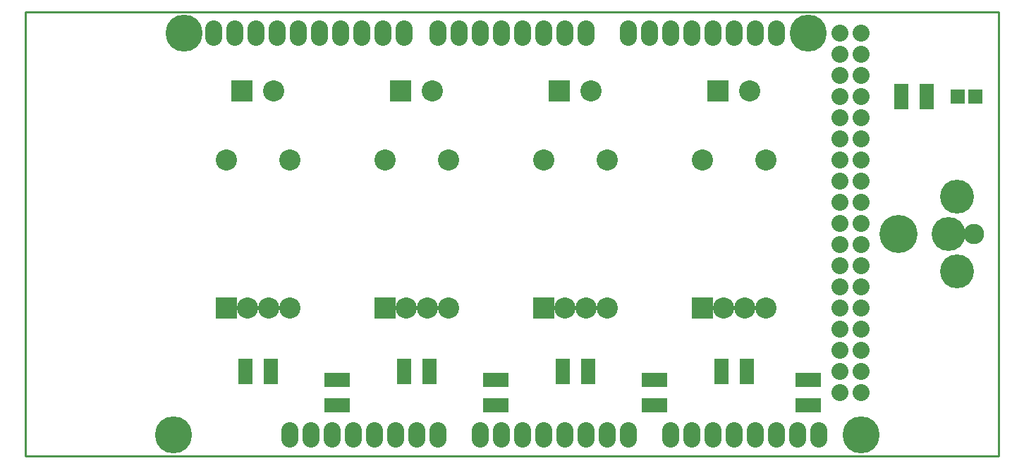
<source format=gts>
G04 (created by PCBNEW-RS274X (2011-05-25)-stable) date Tue 18 Mar 2014 04:02:36 PM EDT*
G01*
G70*
G90*
%MOIN*%
G04 Gerber Fmt 3.4, Leading zero omitted, Abs format*
%FSLAX34Y34*%
G04 APERTURE LIST*
%ADD10C,0.006000*%
%ADD11C,0.009000*%
%ADD12C,0.175000*%
%ADD13O,0.080000X0.120000*%
%ADD14C,0.080000*%
%ADD15R,0.070000X0.120000*%
%ADD16R,0.120000X0.070000*%
%ADD17R,0.067000X0.067000*%
%ADD18C,0.096000*%
%ADD19C,0.160000*%
%ADD20C,0.180000*%
%ADD21R,0.100000X0.100000*%
%ADD22C,0.100000*%
G04 APERTURE END LIST*
G54D10*
G54D11*
X89500Y-51500D02*
X43500Y-51500D01*
X43500Y-30500D02*
X89500Y-30500D01*
X43500Y-30500D02*
X43500Y-51500D01*
X89500Y-51500D02*
X89500Y-30500D01*
G54D12*
X50500Y-50500D03*
X51000Y-31500D03*
X83000Y-50500D03*
X80500Y-31500D03*
G54D13*
X56000Y-50500D03*
X57000Y-50500D03*
X58000Y-50500D03*
X59000Y-50500D03*
X60000Y-50500D03*
X61000Y-50500D03*
X62000Y-50500D03*
X63000Y-50500D03*
X65000Y-50500D03*
X66000Y-50500D03*
X67000Y-50500D03*
X68000Y-50500D03*
X69000Y-50500D03*
X70000Y-50500D03*
X71000Y-50500D03*
X72000Y-50500D03*
X74000Y-50500D03*
X75000Y-50500D03*
X76000Y-50500D03*
X77000Y-50500D03*
X78000Y-50500D03*
X79000Y-50500D03*
X80000Y-50500D03*
X81000Y-50500D03*
X52400Y-31500D03*
X53400Y-31500D03*
X54400Y-31500D03*
X55400Y-31500D03*
X56400Y-31500D03*
X57400Y-31500D03*
X58400Y-31500D03*
X59400Y-31500D03*
X60400Y-31500D03*
X61400Y-31500D03*
X63000Y-31500D03*
X70000Y-31500D03*
X69000Y-31500D03*
X68000Y-31500D03*
X67000Y-31500D03*
X66000Y-31500D03*
X65000Y-31500D03*
X64000Y-31500D03*
X72000Y-31500D03*
X73000Y-31500D03*
X74000Y-31500D03*
X75000Y-31500D03*
X76000Y-31500D03*
X77000Y-31500D03*
X78000Y-31500D03*
X79000Y-31500D03*
G54D14*
X82000Y-31500D03*
X83000Y-31500D03*
X82000Y-32500D03*
X83000Y-32500D03*
X82000Y-33500D03*
X83000Y-33500D03*
X82000Y-34500D03*
X83000Y-34500D03*
X82000Y-35500D03*
X83000Y-35500D03*
X82000Y-36500D03*
X83000Y-36500D03*
X82000Y-37500D03*
X83000Y-37500D03*
X82000Y-38500D03*
X83000Y-38500D03*
X82000Y-39500D03*
X83000Y-39500D03*
X82000Y-40500D03*
X83000Y-40500D03*
X82000Y-41500D03*
X83000Y-41500D03*
X82000Y-42500D03*
X83000Y-42500D03*
X82000Y-43500D03*
X83000Y-43500D03*
X82000Y-44500D03*
X83000Y-44500D03*
X82000Y-45500D03*
X83000Y-45500D03*
X82000Y-46500D03*
X83000Y-46500D03*
X82000Y-47500D03*
X83000Y-47500D03*
X82000Y-48500D03*
X83000Y-48500D03*
G54D15*
X55100Y-47500D03*
X53900Y-47500D03*
G54D16*
X58250Y-49100D03*
X58250Y-47900D03*
G54D15*
X77600Y-47500D03*
X76400Y-47500D03*
X62600Y-47500D03*
X61400Y-47500D03*
X70100Y-47500D03*
X68900Y-47500D03*
G54D17*
X87585Y-34500D03*
X88415Y-34500D03*
G54D16*
X65750Y-49100D03*
X65750Y-47900D03*
X73250Y-49100D03*
X73250Y-47900D03*
X80500Y-49100D03*
X80500Y-47900D03*
G54D15*
X84900Y-34500D03*
X86100Y-34500D03*
G54D18*
X88320Y-41000D03*
G54D19*
X87140Y-41000D03*
G54D20*
X84780Y-41000D03*
G54D19*
X87530Y-39230D03*
X87530Y-42770D03*
G54D21*
X53000Y-44500D03*
G54D22*
X54000Y-44500D03*
X55000Y-44500D03*
X56000Y-44500D03*
X56000Y-37500D03*
X53000Y-37500D03*
G54D21*
X60500Y-44500D03*
G54D22*
X61500Y-44500D03*
X62500Y-44500D03*
X63500Y-44500D03*
X63500Y-37500D03*
X60500Y-37500D03*
G54D21*
X68000Y-44500D03*
G54D22*
X69000Y-44500D03*
X70000Y-44500D03*
X71000Y-44500D03*
X71000Y-37500D03*
X68000Y-37500D03*
G54D21*
X75500Y-44500D03*
G54D22*
X76500Y-44500D03*
X77500Y-44500D03*
X78500Y-44500D03*
X78500Y-37500D03*
X75500Y-37500D03*
G54D21*
X76250Y-34250D03*
G54D22*
X77750Y-34250D03*
G54D21*
X68750Y-34250D03*
G54D22*
X70250Y-34250D03*
G54D21*
X61250Y-34250D03*
G54D22*
X62750Y-34250D03*
G54D21*
X53750Y-34250D03*
G54D22*
X55250Y-34250D03*
M02*

</source>
